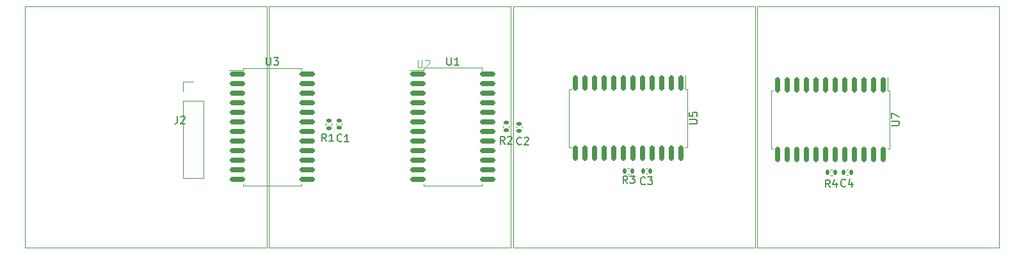
<source format=gbr>
%TF.GenerationSoftware,KiCad,Pcbnew,7.0.9*%
%TF.CreationDate,2024-01-25T10:28:19-08:00*%
%TF.ProjectId,Max7219_FC16,4d617837-3231-4395-9f46-4331362e6b69,rev?*%
%TF.SameCoordinates,Original*%
%TF.FileFunction,Legend,Top*%
%TF.FilePolarity,Positive*%
%FSLAX46Y46*%
G04 Gerber Fmt 4.6, Leading zero omitted, Abs format (unit mm)*
G04 Created by KiCad (PCBNEW 7.0.9) date 2024-01-25 10:28:19*
%MOMM*%
%LPD*%
G01*
G04 APERTURE LIST*
G04 Aperture macros list*
%AMRoundRect*
0 Rectangle with rounded corners*
0 $1 Rounding radius*
0 $2 $3 $4 $5 $6 $7 $8 $9 X,Y pos of 4 corners*
0 Add a 4 corners polygon primitive as box body*
4,1,4,$2,$3,$4,$5,$6,$7,$8,$9,$2,$3,0*
0 Add four circle primitives for the rounded corners*
1,1,$1+$1,$2,$3*
1,1,$1+$1,$4,$5*
1,1,$1+$1,$6,$7*
1,1,$1+$1,$8,$9*
0 Add four rect primitives between the rounded corners*
20,1,$1+$1,$2,$3,$4,$5,0*
20,1,$1+$1,$4,$5,$6,$7,0*
20,1,$1+$1,$6,$7,$8,$9,0*
20,1,$1+$1,$8,$9,$2,$3,0*%
G04 Aperture macros list end*
%ADD10C,0.150000*%
%ADD11C,0.100000*%
%ADD12C,0.120000*%
%ADD13R,1.700000X1.700000*%
%ADD14O,1.700000X1.700000*%
%ADD15O,1.550000X0.890000*%
%ADD16O,0.950000X1.250000*%
%ADD17C,1.524000*%
%ADD18RoundRect,0.140000X-0.140000X-0.170000X0.140000X-0.170000X0.140000X0.170000X-0.140000X0.170000X0*%
%ADD19RoundRect,0.135000X0.135000X0.185000X-0.135000X0.185000X-0.135000X-0.185000X0.135000X-0.185000X0*%
%ADD20RoundRect,0.150000X-0.150000X0.875000X-0.150000X-0.875000X0.150000X-0.875000X0.150000X0.875000X0*%
%ADD21RoundRect,0.150000X-0.875000X-0.150000X0.875000X-0.150000X0.875000X0.150000X-0.875000X0.150000X0*%
%ADD22RoundRect,0.135000X-0.185000X0.135000X-0.185000X-0.135000X0.185000X-0.135000X0.185000X0.135000X0*%
%ADD23RoundRect,0.140000X-0.170000X0.140000X-0.170000X-0.140000X0.170000X-0.140000X0.170000X0.140000X0*%
G04 APERTURE END LIST*
D10*
X49196666Y-51575619D02*
X49196666Y-52289904D01*
X49196666Y-52289904D02*
X49149047Y-52432761D01*
X49149047Y-52432761D02*
X49053809Y-52528000D01*
X49053809Y-52528000D02*
X48910952Y-52575619D01*
X48910952Y-52575619D02*
X48815714Y-52575619D01*
X49625238Y-51670857D02*
X49672857Y-51623238D01*
X49672857Y-51623238D02*
X49768095Y-51575619D01*
X49768095Y-51575619D02*
X50006190Y-51575619D01*
X50006190Y-51575619D02*
X50101428Y-51623238D01*
X50101428Y-51623238D02*
X50149047Y-51670857D01*
X50149047Y-51670857D02*
X50196666Y-51766095D01*
X50196666Y-51766095D02*
X50196666Y-51861333D01*
X50196666Y-51861333D02*
X50149047Y-52004190D01*
X50149047Y-52004190D02*
X49577619Y-52575619D01*
X49577619Y-52575619D02*
X50196666Y-52575619D01*
X111085333Y-60557580D02*
X111037714Y-60605200D01*
X111037714Y-60605200D02*
X110894857Y-60652819D01*
X110894857Y-60652819D02*
X110799619Y-60652819D01*
X110799619Y-60652819D02*
X110656762Y-60605200D01*
X110656762Y-60605200D02*
X110561524Y-60509961D01*
X110561524Y-60509961D02*
X110513905Y-60414723D01*
X110513905Y-60414723D02*
X110466286Y-60224247D01*
X110466286Y-60224247D02*
X110466286Y-60081390D01*
X110466286Y-60081390D02*
X110513905Y-59890914D01*
X110513905Y-59890914D02*
X110561524Y-59795676D01*
X110561524Y-59795676D02*
X110656762Y-59700438D01*
X110656762Y-59700438D02*
X110799619Y-59652819D01*
X110799619Y-59652819D02*
X110894857Y-59652819D01*
X110894857Y-59652819D02*
X111037714Y-59700438D01*
X111037714Y-59700438D02*
X111085333Y-59748057D01*
X111418667Y-59652819D02*
X112037714Y-59652819D01*
X112037714Y-59652819D02*
X111704381Y-60033771D01*
X111704381Y-60033771D02*
X111847238Y-60033771D01*
X111847238Y-60033771D02*
X111942476Y-60081390D01*
X111942476Y-60081390D02*
X111990095Y-60129009D01*
X111990095Y-60129009D02*
X112037714Y-60224247D01*
X112037714Y-60224247D02*
X112037714Y-60462342D01*
X112037714Y-60462342D02*
X111990095Y-60557580D01*
X111990095Y-60557580D02*
X111942476Y-60605200D01*
X111942476Y-60605200D02*
X111847238Y-60652819D01*
X111847238Y-60652819D02*
X111561524Y-60652819D01*
X111561524Y-60652819D02*
X111466286Y-60605200D01*
X111466286Y-60605200D02*
X111418667Y-60557580D01*
X108723133Y-60502019D02*
X108389800Y-60025828D01*
X108151705Y-60502019D02*
X108151705Y-59502019D01*
X108151705Y-59502019D02*
X108532657Y-59502019D01*
X108532657Y-59502019D02*
X108627895Y-59549638D01*
X108627895Y-59549638D02*
X108675514Y-59597257D01*
X108675514Y-59597257D02*
X108723133Y-59692495D01*
X108723133Y-59692495D02*
X108723133Y-59835352D01*
X108723133Y-59835352D02*
X108675514Y-59930590D01*
X108675514Y-59930590D02*
X108627895Y-59978209D01*
X108627895Y-59978209D02*
X108532657Y-60025828D01*
X108532657Y-60025828D02*
X108151705Y-60025828D01*
X109056467Y-59502019D02*
X109675514Y-59502019D01*
X109675514Y-59502019D02*
X109342181Y-59882971D01*
X109342181Y-59882971D02*
X109485038Y-59882971D01*
X109485038Y-59882971D02*
X109580276Y-59930590D01*
X109580276Y-59930590D02*
X109627895Y-59978209D01*
X109627895Y-59978209D02*
X109675514Y-60073447D01*
X109675514Y-60073447D02*
X109675514Y-60311542D01*
X109675514Y-60311542D02*
X109627895Y-60406780D01*
X109627895Y-60406780D02*
X109580276Y-60454400D01*
X109580276Y-60454400D02*
X109485038Y-60502019D01*
X109485038Y-60502019D02*
X109199324Y-60502019D01*
X109199324Y-60502019D02*
X109104086Y-60454400D01*
X109104086Y-60454400D02*
X109056467Y-60406780D01*
X116946487Y-52611904D02*
X117756010Y-52611904D01*
X117756010Y-52611904D02*
X117851248Y-52564285D01*
X117851248Y-52564285D02*
X117898868Y-52516666D01*
X117898868Y-52516666D02*
X117946487Y-52421428D01*
X117946487Y-52421428D02*
X117946487Y-52230952D01*
X117946487Y-52230952D02*
X117898868Y-52135714D01*
X117898868Y-52135714D02*
X117851248Y-52088095D01*
X117851248Y-52088095D02*
X117756010Y-52040476D01*
X117756010Y-52040476D02*
X116946487Y-52040476D01*
X116946487Y-51088095D02*
X116946487Y-51564285D01*
X116946487Y-51564285D02*
X117422677Y-51611904D01*
X117422677Y-51611904D02*
X117375058Y-51564285D01*
X117375058Y-51564285D02*
X117327439Y-51469047D01*
X117327439Y-51469047D02*
X117327439Y-51230952D01*
X117327439Y-51230952D02*
X117375058Y-51135714D01*
X117375058Y-51135714D02*
X117422677Y-51088095D01*
X117422677Y-51088095D02*
X117517915Y-51040476D01*
X117517915Y-51040476D02*
X117756010Y-51040476D01*
X117756010Y-51040476D02*
X117851248Y-51088095D01*
X117851248Y-51088095D02*
X117898868Y-51135714D01*
X117898868Y-51135714D02*
X117946487Y-51230952D01*
X117946487Y-51230952D02*
X117946487Y-51469047D01*
X117946487Y-51469047D02*
X117898868Y-51564285D01*
X117898868Y-51564285D02*
X117851248Y-51611904D01*
D11*
X80975295Y-44110619D02*
X80975295Y-44920142D01*
X80975295Y-44920142D02*
X81022914Y-45015380D01*
X81022914Y-45015380D02*
X81070533Y-45063000D01*
X81070533Y-45063000D02*
X81165771Y-45110619D01*
X81165771Y-45110619D02*
X81356247Y-45110619D01*
X81356247Y-45110619D02*
X81451485Y-45063000D01*
X81451485Y-45063000D02*
X81499104Y-45015380D01*
X81499104Y-45015380D02*
X81546723Y-44920142D01*
X81546723Y-44920142D02*
X81546723Y-44110619D01*
X81975295Y-44205857D02*
X82022914Y-44158238D01*
X82022914Y-44158238D02*
X82118152Y-44110619D01*
X82118152Y-44110619D02*
X82356247Y-44110619D01*
X82356247Y-44110619D02*
X82451485Y-44158238D01*
X82451485Y-44158238D02*
X82499104Y-44205857D01*
X82499104Y-44205857D02*
X82546723Y-44301095D01*
X82546723Y-44301095D02*
X82546723Y-44396333D01*
X82546723Y-44396333D02*
X82499104Y-44539190D01*
X82499104Y-44539190D02*
X81927676Y-45110619D01*
X81927676Y-45110619D02*
X82546723Y-45110619D01*
D10*
X84859695Y-43789219D02*
X84859695Y-44598742D01*
X84859695Y-44598742D02*
X84907314Y-44693980D01*
X84907314Y-44693980D02*
X84954933Y-44741600D01*
X84954933Y-44741600D02*
X85050171Y-44789219D01*
X85050171Y-44789219D02*
X85240647Y-44789219D01*
X85240647Y-44789219D02*
X85335885Y-44741600D01*
X85335885Y-44741600D02*
X85383504Y-44693980D01*
X85383504Y-44693980D02*
X85431123Y-44598742D01*
X85431123Y-44598742D02*
X85431123Y-43789219D01*
X86431123Y-44789219D02*
X85859695Y-44789219D01*
X86145409Y-44789219D02*
X86145409Y-43789219D01*
X86145409Y-43789219D02*
X86050171Y-43932076D01*
X86050171Y-43932076D02*
X85954933Y-44027314D01*
X85954933Y-44027314D02*
X85859695Y-44074933D01*
X92492533Y-55268019D02*
X92159200Y-54791828D01*
X91921105Y-55268019D02*
X91921105Y-54268019D01*
X91921105Y-54268019D02*
X92302057Y-54268019D01*
X92302057Y-54268019D02*
X92397295Y-54315638D01*
X92397295Y-54315638D02*
X92444914Y-54363257D01*
X92444914Y-54363257D02*
X92492533Y-54458495D01*
X92492533Y-54458495D02*
X92492533Y-54601352D01*
X92492533Y-54601352D02*
X92444914Y-54696590D01*
X92444914Y-54696590D02*
X92397295Y-54744209D01*
X92397295Y-54744209D02*
X92302057Y-54791828D01*
X92302057Y-54791828D02*
X91921105Y-54791828D01*
X92873486Y-54363257D02*
X92921105Y-54315638D01*
X92921105Y-54315638D02*
X93016343Y-54268019D01*
X93016343Y-54268019D02*
X93254438Y-54268019D01*
X93254438Y-54268019D02*
X93349676Y-54315638D01*
X93349676Y-54315638D02*
X93397295Y-54363257D01*
X93397295Y-54363257D02*
X93444914Y-54458495D01*
X93444914Y-54458495D02*
X93444914Y-54553733D01*
X93444914Y-54553733D02*
X93397295Y-54696590D01*
X93397295Y-54696590D02*
X92825867Y-55268019D01*
X92825867Y-55268019D02*
X93444914Y-55268019D01*
X68895933Y-54912419D02*
X68562600Y-54436228D01*
X68324505Y-54912419D02*
X68324505Y-53912419D01*
X68324505Y-53912419D02*
X68705457Y-53912419D01*
X68705457Y-53912419D02*
X68800695Y-53960038D01*
X68800695Y-53960038D02*
X68848314Y-54007657D01*
X68848314Y-54007657D02*
X68895933Y-54102895D01*
X68895933Y-54102895D02*
X68895933Y-54245752D01*
X68895933Y-54245752D02*
X68848314Y-54340990D01*
X68848314Y-54340990D02*
X68800695Y-54388609D01*
X68800695Y-54388609D02*
X68705457Y-54436228D01*
X68705457Y-54436228D02*
X68324505Y-54436228D01*
X69848314Y-54912419D02*
X69276886Y-54912419D01*
X69562600Y-54912419D02*
X69562600Y-53912419D01*
X69562600Y-53912419D02*
X69467362Y-54055276D01*
X69467362Y-54055276D02*
X69372124Y-54150514D01*
X69372124Y-54150514D02*
X69276886Y-54198133D01*
X94702333Y-55274380D02*
X94654714Y-55322000D01*
X94654714Y-55322000D02*
X94511857Y-55369619D01*
X94511857Y-55369619D02*
X94416619Y-55369619D01*
X94416619Y-55369619D02*
X94273762Y-55322000D01*
X94273762Y-55322000D02*
X94178524Y-55226761D01*
X94178524Y-55226761D02*
X94130905Y-55131523D01*
X94130905Y-55131523D02*
X94083286Y-54941047D01*
X94083286Y-54941047D02*
X94083286Y-54798190D01*
X94083286Y-54798190D02*
X94130905Y-54607714D01*
X94130905Y-54607714D02*
X94178524Y-54512476D01*
X94178524Y-54512476D02*
X94273762Y-54417238D01*
X94273762Y-54417238D02*
X94416619Y-54369619D01*
X94416619Y-54369619D02*
X94511857Y-54369619D01*
X94511857Y-54369619D02*
X94654714Y-54417238D01*
X94654714Y-54417238D02*
X94702333Y-54464857D01*
X95083286Y-54464857D02*
X95130905Y-54417238D01*
X95130905Y-54417238D02*
X95226143Y-54369619D01*
X95226143Y-54369619D02*
X95464238Y-54369619D01*
X95464238Y-54369619D02*
X95559476Y-54417238D01*
X95559476Y-54417238D02*
X95607095Y-54464857D01*
X95607095Y-54464857D02*
X95654714Y-54560095D01*
X95654714Y-54560095D02*
X95654714Y-54655333D01*
X95654714Y-54655333D02*
X95607095Y-54798190D01*
X95607095Y-54798190D02*
X95035667Y-55369619D01*
X95035667Y-55369619D02*
X95654714Y-55369619D01*
X70927933Y-54867980D02*
X70880314Y-54915600D01*
X70880314Y-54915600D02*
X70737457Y-54963219D01*
X70737457Y-54963219D02*
X70642219Y-54963219D01*
X70642219Y-54963219D02*
X70499362Y-54915600D01*
X70499362Y-54915600D02*
X70404124Y-54820361D01*
X70404124Y-54820361D02*
X70356505Y-54725123D01*
X70356505Y-54725123D02*
X70308886Y-54534647D01*
X70308886Y-54534647D02*
X70308886Y-54391790D01*
X70308886Y-54391790D02*
X70356505Y-54201314D01*
X70356505Y-54201314D02*
X70404124Y-54106076D01*
X70404124Y-54106076D02*
X70499362Y-54010838D01*
X70499362Y-54010838D02*
X70642219Y-53963219D01*
X70642219Y-53963219D02*
X70737457Y-53963219D01*
X70737457Y-53963219D02*
X70880314Y-54010838D01*
X70880314Y-54010838D02*
X70927933Y-54058457D01*
X71880314Y-54963219D02*
X71308886Y-54963219D01*
X71594600Y-54963219D02*
X71594600Y-53963219D01*
X71594600Y-53963219D02*
X71499362Y-54106076D01*
X71499362Y-54106076D02*
X71404124Y-54201314D01*
X71404124Y-54201314D02*
X71308886Y-54248933D01*
X137577533Y-60836980D02*
X137529914Y-60884600D01*
X137529914Y-60884600D02*
X137387057Y-60932219D01*
X137387057Y-60932219D02*
X137291819Y-60932219D01*
X137291819Y-60932219D02*
X137148962Y-60884600D01*
X137148962Y-60884600D02*
X137053724Y-60789361D01*
X137053724Y-60789361D02*
X137006105Y-60694123D01*
X137006105Y-60694123D02*
X136958486Y-60503647D01*
X136958486Y-60503647D02*
X136958486Y-60360790D01*
X136958486Y-60360790D02*
X137006105Y-60170314D01*
X137006105Y-60170314D02*
X137053724Y-60075076D01*
X137053724Y-60075076D02*
X137148962Y-59979838D01*
X137148962Y-59979838D02*
X137291819Y-59932219D01*
X137291819Y-59932219D02*
X137387057Y-59932219D01*
X137387057Y-59932219D02*
X137529914Y-59979838D01*
X137529914Y-59979838D02*
X137577533Y-60027457D01*
X138434676Y-60265552D02*
X138434676Y-60932219D01*
X138196581Y-59884600D02*
X137958486Y-60598885D01*
X137958486Y-60598885D02*
X138577533Y-60598885D01*
X135518133Y-61008419D02*
X135184800Y-60532228D01*
X134946705Y-61008419D02*
X134946705Y-60008419D01*
X134946705Y-60008419D02*
X135327657Y-60008419D01*
X135327657Y-60008419D02*
X135422895Y-60056038D01*
X135422895Y-60056038D02*
X135470514Y-60103657D01*
X135470514Y-60103657D02*
X135518133Y-60198895D01*
X135518133Y-60198895D02*
X135518133Y-60341752D01*
X135518133Y-60341752D02*
X135470514Y-60436990D01*
X135470514Y-60436990D02*
X135422895Y-60484609D01*
X135422895Y-60484609D02*
X135327657Y-60532228D01*
X135327657Y-60532228D02*
X134946705Y-60532228D01*
X136375276Y-60341752D02*
X136375276Y-61008419D01*
X136137181Y-59960800D02*
X135899086Y-60675085D01*
X135899086Y-60675085D02*
X136518133Y-60675085D01*
X60983695Y-43804819D02*
X60983695Y-44614342D01*
X60983695Y-44614342D02*
X61031314Y-44709580D01*
X61031314Y-44709580D02*
X61078933Y-44757200D01*
X61078933Y-44757200D02*
X61174171Y-44804819D01*
X61174171Y-44804819D02*
X61364647Y-44804819D01*
X61364647Y-44804819D02*
X61459885Y-44757200D01*
X61459885Y-44757200D02*
X61507504Y-44709580D01*
X61507504Y-44709580D02*
X61555123Y-44614342D01*
X61555123Y-44614342D02*
X61555123Y-43804819D01*
X61936076Y-43804819D02*
X62555123Y-43804819D01*
X62555123Y-43804819D02*
X62221790Y-44185771D01*
X62221790Y-44185771D02*
X62364647Y-44185771D01*
X62364647Y-44185771D02*
X62459885Y-44233390D01*
X62459885Y-44233390D02*
X62507504Y-44281009D01*
X62507504Y-44281009D02*
X62555123Y-44376247D01*
X62555123Y-44376247D02*
X62555123Y-44614342D01*
X62555123Y-44614342D02*
X62507504Y-44709580D01*
X62507504Y-44709580D02*
X62459885Y-44757200D01*
X62459885Y-44757200D02*
X62364647Y-44804819D01*
X62364647Y-44804819D02*
X62078933Y-44804819D01*
X62078933Y-44804819D02*
X61983695Y-44757200D01*
X61983695Y-44757200D02*
X61936076Y-44709580D01*
X143690019Y-52808304D02*
X144499542Y-52808304D01*
X144499542Y-52808304D02*
X144594780Y-52760685D01*
X144594780Y-52760685D02*
X144642400Y-52713066D01*
X144642400Y-52713066D02*
X144690019Y-52617828D01*
X144690019Y-52617828D02*
X144690019Y-52427352D01*
X144690019Y-52427352D02*
X144642400Y-52332114D01*
X144642400Y-52332114D02*
X144594780Y-52284495D01*
X144594780Y-52284495D02*
X144499542Y-52236876D01*
X144499542Y-52236876D02*
X143690019Y-52236876D01*
X143690019Y-51855923D02*
X143690019Y-51189257D01*
X143690019Y-51189257D02*
X144690019Y-51617828D01*
D12*
%TO.C,J2*%
X52638000Y-49580800D02*
X52638000Y-59800800D01*
X49978000Y-46980800D02*
X51308000Y-46980800D01*
X49978000Y-49580800D02*
X49978000Y-59800800D01*
X49978000Y-59800800D02*
X52638000Y-59800800D01*
X49978000Y-49580800D02*
X52638000Y-49580800D01*
X49978000Y-48310800D02*
X49978000Y-46980800D01*
D11*
%TO.C,U6*%
X125600000Y-69000000D02*
X93600000Y-69000000D01*
X93600000Y-69000000D02*
X93600000Y-37000000D01*
X93600000Y-37000000D02*
X125600000Y-37000000D01*
X125600000Y-37000000D02*
X125600000Y-69000000D01*
D12*
%TO.C,C3*%
X111172164Y-58491800D02*
X111387836Y-58491800D01*
X111172164Y-59211800D02*
X111387836Y-59211800D01*
%TO.C,R3*%
X109043441Y-58497200D02*
X108736159Y-58497200D01*
X109043441Y-59257200D02*
X108736159Y-59257200D01*
%TO.C,U5*%
X116651668Y-47990000D02*
X116386668Y-47990000D01*
X116386668Y-47990000D02*
X116386668Y-46175000D01*
X101031668Y-47990000D02*
X101296668Y-47990000D01*
X116651668Y-51850000D02*
X116651668Y-47990000D01*
X116651668Y-51850000D02*
X116651668Y-55710000D01*
X101031668Y-51850000D02*
X101031668Y-47990000D01*
X101031668Y-51850000D02*
X101031668Y-55710000D01*
X116651668Y-55710000D02*
X116386668Y-55710000D01*
X101031668Y-55710000D02*
X101296668Y-55710000D01*
D11*
%TO.C,U2*%
X93292200Y-69009800D02*
X61292200Y-69009800D01*
X61292200Y-69009800D02*
X61292200Y-37009800D01*
X61292200Y-37009800D02*
X93292200Y-37009800D01*
X93292200Y-37009800D02*
X93292200Y-69009800D01*
D12*
%TO.C,U1*%
X89481600Y-60794400D02*
X89481600Y-60529400D01*
X81761600Y-45174400D02*
X81761600Y-45439400D01*
X85621600Y-60794400D02*
X81761600Y-60794400D01*
X81761600Y-45439400D02*
X79946600Y-45439400D01*
X89481600Y-45174400D02*
X89481600Y-45439400D01*
X85621600Y-60794400D02*
X89481600Y-60794400D01*
X85621600Y-45174400D02*
X89481600Y-45174400D01*
X81761600Y-60794400D02*
X81761600Y-60529400D01*
X85621600Y-45174400D02*
X81761600Y-45174400D01*
%TO.C,R2*%
X93064600Y-52807359D02*
X93064600Y-53114641D01*
X92304600Y-52807359D02*
X92304600Y-53114641D01*
%TO.C,R1*%
X69592200Y-52501759D02*
X69592200Y-52809041D01*
X68832200Y-52501759D02*
X68832200Y-52809041D01*
%TO.C,C2*%
X94051800Y-52924764D02*
X94051800Y-53140436D01*
X94771800Y-52924764D02*
X94771800Y-53140436D01*
%TO.C,C1*%
X70226600Y-52543764D02*
X70226600Y-52759436D01*
X70946600Y-52543764D02*
X70946600Y-52759436D01*
%TO.C,C4*%
X137709964Y-58669600D02*
X137925636Y-58669600D01*
X137709964Y-59389600D02*
X137925636Y-59389600D01*
D11*
%TO.C,U8*%
X157900000Y-69000000D02*
X125900000Y-69000000D01*
X125900000Y-69000000D02*
X125900000Y-37000000D01*
X125900000Y-37000000D02*
X157900000Y-37000000D01*
X157900000Y-37000000D02*
X157900000Y-69000000D01*
D12*
%TO.C,R4*%
X135838441Y-59409600D02*
X135531159Y-59409600D01*
X135838441Y-58649600D02*
X135531159Y-58649600D01*
%TO.C,U3*%
X57885600Y-45190000D02*
X57885600Y-45455000D01*
X57885600Y-45455000D02*
X56070600Y-45455000D01*
X57885600Y-60810000D02*
X57885600Y-60545000D01*
X61745600Y-45190000D02*
X57885600Y-45190000D01*
X61745600Y-45190000D02*
X65605600Y-45190000D01*
X61745600Y-60810000D02*
X57885600Y-60810000D01*
X61745600Y-60810000D02*
X65605600Y-60810000D01*
X65605600Y-45190000D02*
X65605600Y-45455000D01*
X65605600Y-60810000D02*
X65605600Y-60545000D01*
%TO.C,U7*%
X127775200Y-55906400D02*
X128040200Y-55906400D01*
X143395200Y-55906400D02*
X143130200Y-55906400D01*
X127775200Y-52046400D02*
X127775200Y-55906400D01*
X127775200Y-52046400D02*
X127775200Y-48186400D01*
X143395200Y-52046400D02*
X143395200Y-55906400D01*
X143395200Y-52046400D02*
X143395200Y-48186400D01*
X127775200Y-48186400D02*
X128040200Y-48186400D01*
X143130200Y-48186400D02*
X143130200Y-46371400D01*
X143395200Y-48186400D02*
X143130200Y-48186400D01*
D11*
%TO.C,U4*%
X61000000Y-69000000D02*
X29000000Y-69000000D01*
X29000000Y-69000000D02*
X29000000Y-37000000D01*
X29000000Y-37000000D02*
X61000000Y-37000000D01*
X61000000Y-37000000D02*
X61000000Y-69000000D01*
%TD*%
%LPC*%
D13*
%TO.C,J2*%
X51308000Y-48310800D03*
D14*
X51308000Y-50850800D03*
X51308000Y-53390800D03*
X51308000Y-55930800D03*
X51308000Y-58470800D03*
%TD*%
D15*
%TO.C,J1*%
X156438600Y-49500000D03*
D16*
X153738600Y-50500000D03*
D15*
X156438600Y-56500000D03*
D16*
X153738600Y-55500000D03*
%TD*%
D17*
%TO.C,U6*%
X118490000Y-40985800D03*
X115950000Y-40985800D03*
X113410000Y-40985800D03*
X110870000Y-40985800D03*
X108330000Y-40985800D03*
X105790000Y-40985800D03*
X103250000Y-40985800D03*
X100710000Y-40985800D03*
X100710000Y-64988800D03*
X103250000Y-64988800D03*
X105790000Y-64988800D03*
X108330000Y-64988800D03*
X110870000Y-64988800D03*
X113410000Y-64988800D03*
X115950000Y-64988800D03*
X118490000Y-64988800D03*
%TD*%
D18*
%TO.C,C3*%
X110800000Y-58851800D03*
X111760000Y-58851800D03*
%TD*%
D19*
%TO.C,R3*%
X108379800Y-58877200D03*
X109399800Y-58877200D03*
%TD*%
D20*
%TO.C,U5*%
X115826668Y-47200000D03*
X114556668Y-47200000D03*
X113286668Y-47200000D03*
X112016668Y-47200000D03*
X110746668Y-47200000D03*
X109476668Y-47200000D03*
X108206668Y-47200000D03*
X106936668Y-47200000D03*
X105666668Y-47200000D03*
X104396668Y-47200000D03*
X103126668Y-47200000D03*
X101856668Y-47200000D03*
X101856668Y-56500000D03*
X103126668Y-56500000D03*
X104396668Y-56500000D03*
X105666668Y-56500000D03*
X106936668Y-56500000D03*
X108206668Y-56500000D03*
X109476668Y-56500000D03*
X110746668Y-56500000D03*
X112016668Y-56500000D03*
X113286668Y-56500000D03*
X114556668Y-56500000D03*
X115826668Y-56500000D03*
%TD*%
D17*
%TO.C,U2*%
X86182200Y-40995600D03*
X83642200Y-40995600D03*
X81102200Y-40995600D03*
X78562200Y-40995600D03*
X76022200Y-40995600D03*
X73482200Y-40995600D03*
X70942200Y-40995600D03*
X68402200Y-40995600D03*
X68402200Y-64998600D03*
X70942200Y-64998600D03*
X73482200Y-64998600D03*
X76022200Y-64998600D03*
X78562200Y-64998600D03*
X81102200Y-64998600D03*
X83642200Y-64998600D03*
X86182200Y-64998600D03*
%TD*%
D21*
%TO.C,U1*%
X80971600Y-45999400D03*
X80971600Y-47269400D03*
X80971600Y-48539400D03*
X80971600Y-49809400D03*
X80971600Y-51079400D03*
X80971600Y-52349400D03*
X80971600Y-53619400D03*
X80971600Y-54889400D03*
X80971600Y-56159400D03*
X80971600Y-57429400D03*
X80971600Y-58699400D03*
X80971600Y-59969400D03*
X90271600Y-59969400D03*
X90271600Y-58699400D03*
X90271600Y-57429400D03*
X90271600Y-56159400D03*
X90271600Y-54889400D03*
X90271600Y-53619400D03*
X90271600Y-52349400D03*
X90271600Y-51079400D03*
X90271600Y-49809400D03*
X90271600Y-48539400D03*
X90271600Y-47269400D03*
X90271600Y-45999400D03*
%TD*%
D22*
%TO.C,R2*%
X92684600Y-52451000D03*
X92684600Y-53471000D03*
%TD*%
%TO.C,R1*%
X69212200Y-52145400D03*
X69212200Y-53165400D03*
%TD*%
D23*
%TO.C,C2*%
X94411800Y-52552600D03*
X94411800Y-53512600D03*
%TD*%
%TO.C,C1*%
X70586600Y-52171600D03*
X70586600Y-53131600D03*
%TD*%
D18*
%TO.C,C4*%
X137337800Y-59029600D03*
X138297800Y-59029600D03*
%TD*%
D17*
%TO.C,U8*%
X150790000Y-64988800D03*
X148250000Y-64988800D03*
X145710000Y-64988800D03*
X143170000Y-64988800D03*
X140630000Y-64988800D03*
X138090000Y-64988800D03*
X135550000Y-64988800D03*
X133010000Y-64988800D03*
X133010000Y-40985800D03*
X135550000Y-40985800D03*
X138090000Y-40985800D03*
X140630000Y-40985800D03*
X143170000Y-40985800D03*
X145710000Y-40985800D03*
X148250000Y-40985800D03*
X150790000Y-40985800D03*
%TD*%
D19*
%TO.C,R4*%
X136194800Y-59029600D03*
X135174800Y-59029600D03*
%TD*%
D21*
%TO.C,U3*%
X57095600Y-46015000D03*
X57095600Y-47285000D03*
X57095600Y-48555000D03*
X57095600Y-49825000D03*
X57095600Y-51095000D03*
X57095600Y-52365000D03*
X57095600Y-53635000D03*
X57095600Y-54905000D03*
X57095600Y-56175000D03*
X57095600Y-57445000D03*
X57095600Y-58715000D03*
X57095600Y-59985000D03*
X66395600Y-59985000D03*
X66395600Y-58715000D03*
X66395600Y-57445000D03*
X66395600Y-56175000D03*
X66395600Y-54905000D03*
X66395600Y-53635000D03*
X66395600Y-52365000D03*
X66395600Y-51095000D03*
X66395600Y-49825000D03*
X66395600Y-48555000D03*
X66395600Y-47285000D03*
X66395600Y-46015000D03*
%TD*%
D20*
%TO.C,U7*%
X142570200Y-56696400D03*
X141300200Y-56696400D03*
X140030200Y-56696400D03*
X138760200Y-56696400D03*
X137490200Y-56696400D03*
X136220200Y-56696400D03*
X134950200Y-56696400D03*
X133680200Y-56696400D03*
X132410200Y-56696400D03*
X131140200Y-56696400D03*
X129870200Y-56696400D03*
X128600200Y-56696400D03*
X128600200Y-47396400D03*
X129870200Y-47396400D03*
X131140200Y-47396400D03*
X132410200Y-47396400D03*
X133680200Y-47396400D03*
X134950200Y-47396400D03*
X136220200Y-47396400D03*
X137490200Y-47396400D03*
X138760200Y-47396400D03*
X140030200Y-47396400D03*
X141300200Y-47396400D03*
X142570200Y-47396400D03*
%TD*%
D17*
%TO.C,U4*%
X53890000Y-64988800D03*
X51350000Y-64988800D03*
X48810000Y-64988800D03*
X46270000Y-64988800D03*
X43730000Y-64988800D03*
X41190000Y-64988800D03*
X38650000Y-64988800D03*
X36110000Y-64988800D03*
X36110000Y-40985800D03*
X38650000Y-40985800D03*
X41190000Y-40985800D03*
X43730000Y-40985800D03*
X46270000Y-40985800D03*
X48810000Y-40985800D03*
X51350000Y-40985800D03*
X53890000Y-40985800D03*
%TD*%
%LPD*%
M02*

</source>
